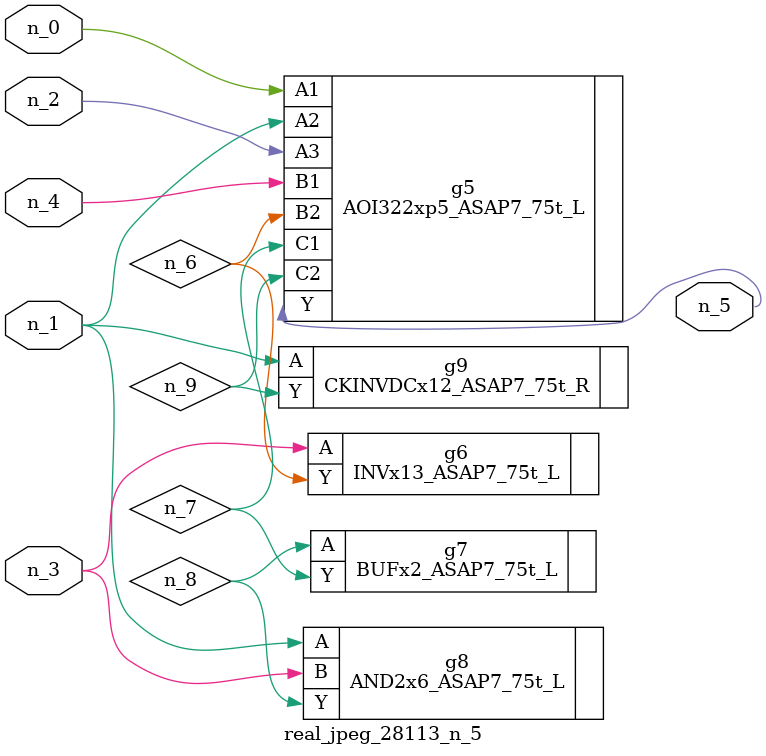
<source format=v>
module real_jpeg_28113_n_5 (n_4, n_0, n_1, n_2, n_3, n_5);

input n_4;
input n_0;
input n_1;
input n_2;
input n_3;

output n_5;

wire n_8;
wire n_6;
wire n_7;
wire n_9;

AOI322xp5_ASAP7_75t_L g5 ( 
.A1(n_0),
.A2(n_1),
.A3(n_2),
.B1(n_4),
.B2(n_6),
.C1(n_7),
.C2(n_9),
.Y(n_5)
);

AND2x6_ASAP7_75t_L g8 ( 
.A(n_1),
.B(n_3),
.Y(n_8)
);

CKINVDCx12_ASAP7_75t_R g9 ( 
.A(n_1),
.Y(n_9)
);

INVx13_ASAP7_75t_L g6 ( 
.A(n_3),
.Y(n_6)
);

BUFx2_ASAP7_75t_L g7 ( 
.A(n_8),
.Y(n_7)
);


endmodule
</source>
